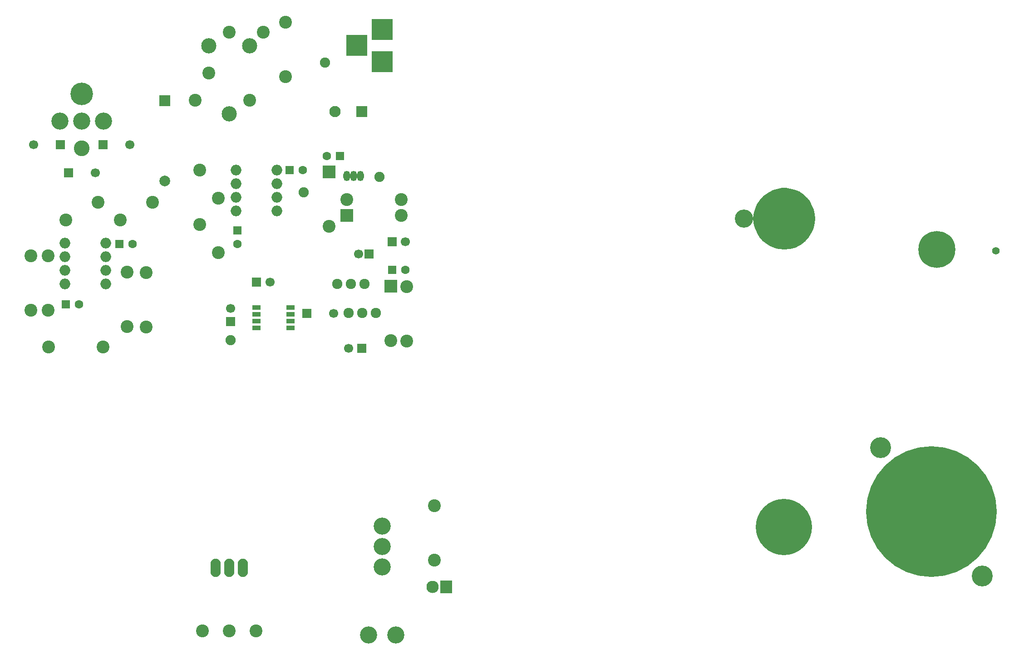
<source format=gts>
G04 #@! TF.FileFunction,Soldermask,Top*
%FSLAX46Y46*%
G04 Gerber Fmt 4.6, Leading zero omitted, Abs format (unit mm)*
G04 Created by KiCad (PCBNEW 4.0.7-e2-6376~58~ubuntu16.04.1) date Wed Jun  6 08:16:23 2018*
%MOMM*%
%LPD*%
G01*
G04 APERTURE LIST*
%ADD10C,0.100000*%
%ADD11C,2.100000*%
%ADD12R,2.100000X2.100000*%
%ADD13R,1.600000X1.600000*%
%ADD14C,1.600000*%
%ADD15R,1.700000X1.700000*%
%ADD16C,1.700000*%
%ADD17R,2.300000X2.400000*%
%ADD18C,2.300000*%
%ADD19C,2.398980*%
%ADD20R,2.398980X2.398980*%
%ADD21R,3.900120X3.900120*%
%ADD22C,3.194000*%
%ADD23C,2.940000*%
%ADD24C,4.210000*%
%ADD25C,2.400000*%
%ADD26C,2.840000*%
%ADD27O,1.906220X3.414980*%
%ADD28C,1.924000*%
%ADD29O,1.299160X1.901140*%
%ADD30R,1.543000X0.908000*%
%ADD31O,2.000000X2.000000*%
%ADD32C,1.901140*%
%ADD33R,2.000000X2.000000*%
%ADD34C,2.000000*%
%ADD35C,3.200000*%
%ADD36C,6.900000*%
%ADD37C,3.400000*%
%ADD38C,8.000000*%
%ADD39C,1.400000*%
%ADD40C,24.400000*%
%ADD41C,3.900000*%
%ADD42C,10.500000*%
%ADD43C,0.254000*%
G04 APERTURE END LIST*
D10*
D11*
X103750000Y-49750000D03*
D12*
X108750000Y-49750000D03*
D13*
X104700000Y-58050000D03*
D14*
X102200000Y-58050000D03*
D15*
X110125000Y-76375000D03*
D16*
X108125000Y-76375000D03*
D13*
X114375000Y-79375000D03*
D14*
X116875000Y-79375000D03*
D16*
X116875000Y-74125000D03*
D15*
X114375000Y-74125000D03*
D16*
X106250000Y-94000000D03*
D15*
X108750000Y-94000000D03*
X98500000Y-87500000D03*
D16*
X103500000Y-87500000D03*
D13*
X53500000Y-85750000D03*
D14*
X56000000Y-85750000D03*
D13*
X63500000Y-74500000D03*
D14*
X66000000Y-74500000D03*
D13*
X95250000Y-60750000D03*
D14*
X97750000Y-60750000D03*
D13*
X85500000Y-72000000D03*
D14*
X85500000Y-74500000D03*
D15*
X52500000Y-56000000D03*
D16*
X47500000Y-56000000D03*
D15*
X60500000Y-56000000D03*
D16*
X65500000Y-56000000D03*
D15*
X54000000Y-61250000D03*
D16*
X59000000Y-61250000D03*
D17*
X124500000Y-138500000D03*
D18*
X121960000Y-138500000D03*
D19*
X102602540Y-71210000D03*
D20*
X102602540Y-61050000D03*
D19*
X116060000Y-69147460D03*
D20*
X105900000Y-69147460D03*
D19*
X114127540Y-92535000D03*
D20*
X114127540Y-82375000D03*
D21*
X112500000Y-40450140D03*
X112500000Y-34450660D03*
X107801000Y-37450400D03*
D22*
X60564000Y-51600000D03*
X52436000Y-51600000D03*
D23*
X56500000Y-56680000D03*
D22*
X56500000Y-51600000D03*
D24*
X56500000Y-46520000D03*
D25*
X87810000Y-47710000D03*
X90350000Y-35010000D03*
D26*
X80190000Y-37550000D03*
X87810000Y-37550000D03*
D25*
X80190000Y-42630000D03*
D26*
X84000000Y-50250000D03*
D25*
X84000000Y-35010000D03*
X77650000Y-47710000D03*
D27*
X81460000Y-135000000D03*
X84000000Y-135000000D03*
X86540000Y-135000000D03*
D28*
X108835000Y-87375000D03*
X106295000Y-87375000D03*
X111375000Y-87375000D03*
D19*
X122250000Y-133500000D03*
X122250000Y-123340000D03*
X105900000Y-66250000D03*
X116060000Y-66250000D03*
X117125000Y-92625000D03*
X117125000Y-82465000D03*
X59500000Y-66750000D03*
X69660000Y-66750000D03*
X47000000Y-76750000D03*
X47000000Y-86910000D03*
X53500000Y-70000000D03*
X63660000Y-70000000D03*
X65000000Y-79750000D03*
X65000000Y-89910000D03*
X50250000Y-76750000D03*
X50250000Y-86910000D03*
X68500000Y-90000000D03*
X68500000Y-79840000D03*
X60500000Y-93750000D03*
X50340000Y-93750000D03*
X82000000Y-66000000D03*
X82000000Y-76160000D03*
X78500000Y-60750000D03*
X78500000Y-70910000D03*
X94500000Y-43250000D03*
X94500000Y-33090000D03*
D28*
X106710000Y-82000000D03*
X104170000Y-82000000D03*
X109250000Y-82000000D03*
D29*
X107230000Y-61850000D03*
X105960000Y-61850000D03*
X108500000Y-61850000D03*
D30*
X95425000Y-86345000D03*
X95425000Y-87615000D03*
X95425000Y-88885000D03*
X95425000Y-90155000D03*
X89075000Y-90155000D03*
X89075000Y-88885000D03*
X89075000Y-87615000D03*
X89075000Y-86345000D03*
D31*
X61000000Y-82000000D03*
X61000000Y-79460000D03*
X61000000Y-76920000D03*
X61000000Y-74380000D03*
X53380000Y-74380000D03*
X53380000Y-76920000D03*
X53380000Y-79460000D03*
X53380000Y-82000000D03*
X85250000Y-60750000D03*
X85250000Y-63290000D03*
X85250000Y-65830000D03*
X85250000Y-68370000D03*
X92870000Y-68370000D03*
X92870000Y-65830000D03*
X92870000Y-63290000D03*
X92870000Y-60750000D03*
D32*
X112000000Y-61950000D03*
X101900000Y-40650000D03*
X84250000Y-92500000D03*
X97900000Y-64850000D03*
D16*
X84250000Y-86500000D03*
D15*
X84250000Y-89000000D03*
D16*
X91600000Y-81650000D03*
D15*
X89100000Y-81650000D03*
D33*
X72000000Y-47750000D03*
D34*
X72000000Y-62750000D03*
D35*
X112500000Y-127130000D03*
X109960000Y-147450000D03*
X115040000Y-147450000D03*
X112500000Y-134750000D03*
X112500000Y-130940000D03*
D25*
X89000000Y-146750000D03*
X84000000Y-146750000D03*
X79000000Y-146750000D03*
D36*
X216000000Y-75500000D03*
D37*
X180000000Y-69750000D03*
D38*
X187500000Y-69750000D03*
D39*
X227000000Y-75750000D03*
D40*
X215000000Y-124500000D03*
D41*
X205500000Y-112500000D03*
X224500000Y-136500000D03*
D42*
X187500000Y-127350000D03*
D43*
G36*
X188573692Y-64224700D02*
X189556603Y-64519573D01*
X190239255Y-64812138D01*
X190826616Y-65203712D01*
X191216576Y-65496182D01*
X191705230Y-65984836D01*
X192092425Y-66468829D01*
X192879415Y-68042810D01*
X193074536Y-68920852D01*
X193171996Y-69797998D01*
X193074774Y-70478553D01*
X192976475Y-70970050D01*
X192780095Y-71657377D01*
X192487123Y-72340980D01*
X191997707Y-73124046D01*
X191313172Y-73906371D01*
X190532960Y-74491530D01*
X189553009Y-74981505D01*
X188575759Y-75274680D01*
X187500578Y-75372424D01*
X186518817Y-75274248D01*
X186034349Y-75177354D01*
X184955970Y-74785217D01*
X184174648Y-74296890D01*
X183589495Y-73809262D01*
X183001412Y-73123166D01*
X182611369Y-72538102D01*
X182121101Y-71459511D01*
X181925464Y-70579148D01*
X181827879Y-69700875D01*
X181925275Y-68921705D01*
X182121218Y-68039961D01*
X182511666Y-67161453D01*
X183101412Y-66276834D01*
X183685982Y-65594835D01*
X184665165Y-64909408D01*
X185446991Y-64518495D01*
X186428801Y-64223952D01*
X187010511Y-64127000D01*
X187792096Y-64127000D01*
X188573692Y-64224700D01*
X188573692Y-64224700D01*
G37*
X188573692Y-64224700D02*
X189556603Y-64519573D01*
X190239255Y-64812138D01*
X190826616Y-65203712D01*
X191216576Y-65496182D01*
X191705230Y-65984836D01*
X192092425Y-66468829D01*
X192879415Y-68042810D01*
X193074536Y-68920852D01*
X193171996Y-69797998D01*
X193074774Y-70478553D01*
X192976475Y-70970050D01*
X192780095Y-71657377D01*
X192487123Y-72340980D01*
X191997707Y-73124046D01*
X191313172Y-73906371D01*
X190532960Y-74491530D01*
X189553009Y-74981505D01*
X188575759Y-75274680D01*
X187500578Y-75372424D01*
X186518817Y-75274248D01*
X186034349Y-75177354D01*
X184955970Y-74785217D01*
X184174648Y-74296890D01*
X183589495Y-73809262D01*
X183001412Y-73123166D01*
X182611369Y-72538102D01*
X182121101Y-71459511D01*
X181925464Y-70579148D01*
X181827879Y-69700875D01*
X181925275Y-68921705D01*
X182121218Y-68039961D01*
X182511666Y-67161453D01*
X183101412Y-66276834D01*
X183685982Y-65594835D01*
X184665165Y-64909408D01*
X185446991Y-64518495D01*
X186428801Y-64223952D01*
X187010511Y-64127000D01*
X187792096Y-64127000D01*
X188573692Y-64224700D01*
M02*

</source>
